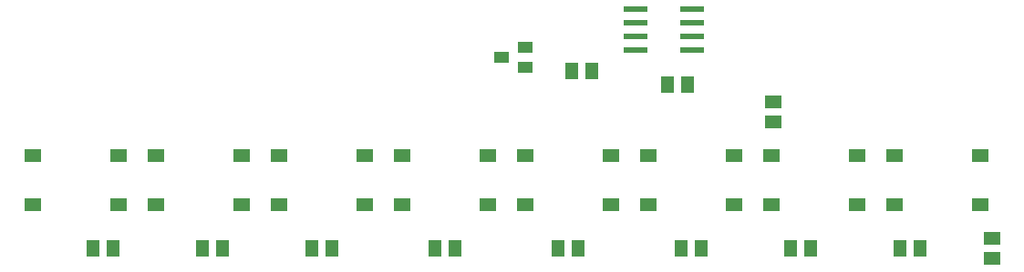
<source format=gtp>
G04 EAGLE Gerber RS-274X export*
G75*
%MOMM*%
%FSLAX34Y34*%
%LPD*%
%INTop Paste*%
%IPPOS*%
%AMOC8*
5,1,8,0,0,1.08239X$1,22.5*%
G01*
%ADD10R,1.500000X1.300000*%
%ADD11R,1.400000X1.000000*%
%ADD12R,1.300000X1.500000*%
%ADD13R,1.550000X1.300000*%
%ADD14R,2.200000X0.600000*%


D10*
X749300Y187300D03*
X749300Y168300D03*
D11*
X497000Y228600D03*
X519000Y238100D03*
X519000Y219100D03*
D12*
X581000Y215900D03*
X562000Y215900D03*
D10*
X952500Y41300D03*
X952500Y60300D03*
D12*
X117500Y50800D03*
X136500Y50800D03*
X219100Y50800D03*
X238100Y50800D03*
X320700Y50800D03*
X339700Y50800D03*
X435000Y50800D03*
X454000Y50800D03*
X549300Y50800D03*
X568300Y50800D03*
X663600Y50800D03*
X682600Y50800D03*
X765200Y50800D03*
X784200Y50800D03*
X866800Y50800D03*
X885800Y50800D03*
D13*
X141350Y136800D03*
X61850Y136800D03*
X141350Y91800D03*
X61850Y91800D03*
X255650Y136800D03*
X176150Y136800D03*
X255650Y91800D03*
X176150Y91800D03*
X369950Y136800D03*
X290450Y136800D03*
X369950Y91800D03*
X290450Y91800D03*
X484250Y136800D03*
X404750Y136800D03*
X484250Y91800D03*
X404750Y91800D03*
X598550Y136800D03*
X519050Y136800D03*
X598550Y91800D03*
X519050Y91800D03*
X712850Y136800D03*
X633350Y136800D03*
X712850Y91800D03*
X633350Y91800D03*
X827150Y136800D03*
X747650Y136800D03*
X827150Y91800D03*
X747650Y91800D03*
X941450Y136800D03*
X861950Y136800D03*
X941450Y91800D03*
X861950Y91800D03*
D14*
X621700Y260350D03*
X673700Y260350D03*
X621700Y273050D03*
X621700Y247650D03*
X621700Y234950D03*
X673700Y273050D03*
X673700Y247650D03*
X673700Y234950D03*
D12*
X669900Y203200D03*
X650900Y203200D03*
M02*

</source>
